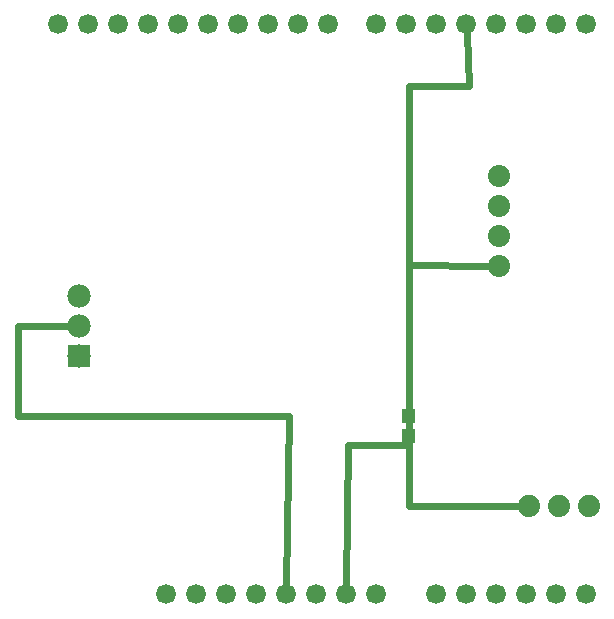
<source format=gtl>
G04 MADE WITH FRITZING*
G04 WWW.FRITZING.ORG*
G04 DOUBLE SIDED*
G04 HOLES PLATED*
G04 CONTOUR ON CENTER OF CONTOUR VECTOR*
%ASAXBY*%
%FSLAX23Y23*%
%MOIN*%
%OFA0B0*%
%SFA1.0B1.0*%
%ADD10C,0.074000*%
%ADD11C,0.073889*%
%ADD12C,0.078000*%
%ADD13C,0.066194*%
%ADD14C,0.066222*%
%ADD15R,0.078000X0.078000*%
%ADD16C,0.024000*%
%LNCOPPER1*%
G90*
G70*
G54D10*
X2321Y385D03*
X2421Y385D03*
X2521Y385D03*
G54D11*
X2221Y1186D03*
X2221Y1285D03*
X2221Y1385D03*
X2221Y1485D03*
G54D12*
X821Y885D03*
X821Y985D03*
X821Y1085D03*
G54D13*
X2114Y90D03*
X2214Y90D03*
X2314Y90D03*
X2414Y90D03*
X2514Y90D03*
G54D14*
X1654Y1990D03*
X1554Y1990D03*
X1454Y1990D03*
X1354Y1990D03*
X1254Y1990D03*
X1154Y1990D03*
X1054Y1990D03*
X954Y1990D03*
X854Y1990D03*
X754Y1990D03*
X2514Y1990D03*
X2414Y1990D03*
X2314Y1990D03*
X2214Y1990D03*
X2114Y1990D03*
X2014Y1990D03*
X1914Y1990D03*
X1814Y1990D03*
G54D13*
X1214Y90D03*
X1114Y90D03*
X1314Y90D03*
X1414Y90D03*
X1514Y90D03*
X1614Y90D03*
X1714Y90D03*
X1814Y90D03*
X2014Y90D03*
G54D15*
X821Y885D03*
G54D16*
X1922Y1786D02*
X2121Y1786D01*
D02*
X2121Y1786D02*
X2115Y1960D01*
D02*
X1921Y704D02*
X1922Y1786D01*
D02*
X1921Y637D02*
X1922Y1187D01*
D02*
X1922Y1187D02*
X2187Y1186D01*
D02*
X1921Y600D02*
X1922Y385D01*
D02*
X1922Y385D02*
X2290Y385D01*
D02*
X1720Y587D02*
X1714Y120D01*
D02*
X1922Y587D02*
X1720Y587D01*
D02*
X1922Y600D02*
X1922Y587D01*
D02*
X620Y984D02*
X791Y985D01*
D02*
X1521Y686D02*
X823Y686D01*
D02*
X1514Y120D02*
X1521Y686D01*
D02*
X620Y686D02*
X620Y984D01*
D02*
X823Y686D02*
X620Y686D01*
G36*
X1943Y662D02*
X1900Y662D01*
X1900Y709D01*
X1943Y709D01*
X1943Y662D01*
G37*
D02*
G36*
X1943Y595D02*
X1900Y595D01*
X1900Y642D01*
X1943Y642D01*
X1943Y595D01*
G37*
D02*
G04 End of Copper1*
M02*
</source>
